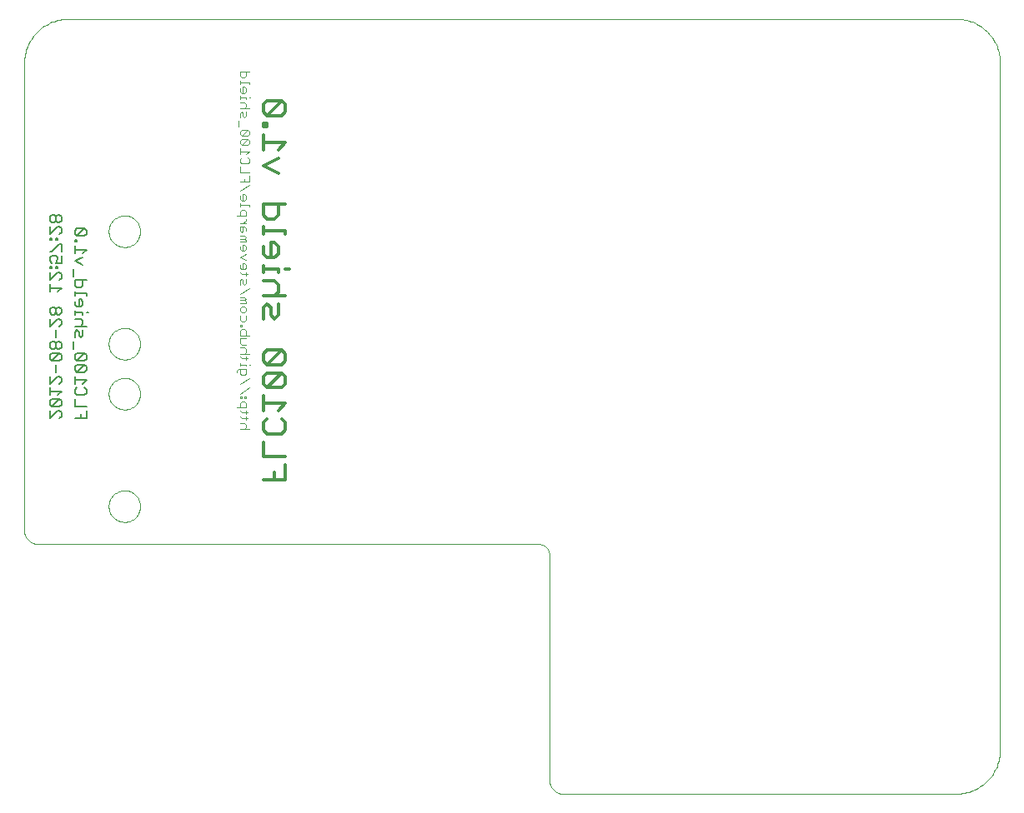
<source format=gbo>
G75*
G70*
%OFA0B0*%
%FSLAX24Y24*%
%IPPOS*%
%LPD*%
%AMOC8*
5,1,8,0,0,1.08239X$1,22.5*
%
%ADD10C,0.0000*%
%ADD11C,0.0050*%
%ADD12C,0.0120*%
%ADD13C,0.0040*%
D10*
X001200Y010700D02*
X021200Y010700D01*
X021244Y010698D01*
X021287Y010692D01*
X021329Y010683D01*
X021371Y010670D01*
X021411Y010653D01*
X021450Y010633D01*
X021487Y010610D01*
X021521Y010583D01*
X021554Y010554D01*
X021583Y010521D01*
X021610Y010487D01*
X021633Y010450D01*
X021653Y010411D01*
X021670Y010371D01*
X021683Y010329D01*
X021692Y010287D01*
X021698Y010244D01*
X021700Y010200D01*
X021700Y001200D01*
X021702Y001156D01*
X021708Y001113D01*
X021717Y001071D01*
X021730Y001029D01*
X021747Y000989D01*
X021767Y000950D01*
X021790Y000913D01*
X021817Y000879D01*
X021846Y000846D01*
X021879Y000817D01*
X021913Y000790D01*
X021950Y000767D01*
X021989Y000747D01*
X022029Y000730D01*
X022071Y000717D01*
X022113Y000708D01*
X022156Y000702D01*
X022200Y000700D01*
X037950Y000700D01*
X038033Y000702D01*
X038116Y000708D01*
X038199Y000718D01*
X038281Y000732D01*
X038363Y000749D01*
X038443Y000771D01*
X038522Y000796D01*
X038600Y000825D01*
X038677Y000858D01*
X038752Y000895D01*
X038825Y000934D01*
X038896Y000978D01*
X038965Y001024D01*
X039032Y001074D01*
X039096Y001127D01*
X039158Y001183D01*
X039217Y001242D01*
X039273Y001304D01*
X039326Y001368D01*
X039376Y001435D01*
X039422Y001504D01*
X039466Y001575D01*
X039505Y001648D01*
X039542Y001723D01*
X039575Y001800D01*
X039604Y001878D01*
X039629Y001957D01*
X039651Y002037D01*
X039668Y002119D01*
X039682Y002201D01*
X039692Y002284D01*
X039698Y002367D01*
X039700Y002450D01*
X039700Y029950D01*
X039698Y030033D01*
X039692Y030116D01*
X039682Y030199D01*
X039668Y030281D01*
X039651Y030363D01*
X039629Y030443D01*
X039604Y030522D01*
X039575Y030600D01*
X039542Y030677D01*
X039505Y030752D01*
X039466Y030825D01*
X039422Y030896D01*
X039376Y030965D01*
X039326Y031032D01*
X039273Y031096D01*
X039217Y031158D01*
X039158Y031217D01*
X039096Y031273D01*
X039032Y031326D01*
X038965Y031376D01*
X038896Y031422D01*
X038825Y031466D01*
X038752Y031505D01*
X038677Y031542D01*
X038600Y031575D01*
X038522Y031604D01*
X038443Y031629D01*
X038363Y031651D01*
X038281Y031668D01*
X038199Y031682D01*
X038116Y031692D01*
X038033Y031698D01*
X037950Y031700D01*
X002450Y031700D01*
X002367Y031698D01*
X002284Y031692D01*
X002201Y031682D01*
X002119Y031668D01*
X002037Y031651D01*
X001957Y031629D01*
X001878Y031604D01*
X001800Y031575D01*
X001723Y031542D01*
X001648Y031505D01*
X001575Y031466D01*
X001504Y031422D01*
X001435Y031376D01*
X001368Y031326D01*
X001304Y031273D01*
X001242Y031217D01*
X001183Y031158D01*
X001127Y031096D01*
X001074Y031032D01*
X001024Y030965D01*
X000978Y030896D01*
X000934Y030825D01*
X000895Y030752D01*
X000858Y030677D01*
X000825Y030600D01*
X000796Y030522D01*
X000771Y030443D01*
X000749Y030363D01*
X000732Y030281D01*
X000718Y030199D01*
X000708Y030116D01*
X000702Y030033D01*
X000700Y029950D01*
X000700Y011200D01*
X000702Y011156D01*
X000708Y011113D01*
X000717Y011071D01*
X000730Y011029D01*
X000747Y010989D01*
X000767Y010950D01*
X000790Y010913D01*
X000817Y010879D01*
X000846Y010846D01*
X000879Y010817D01*
X000913Y010790D01*
X000950Y010767D01*
X000989Y010747D01*
X001029Y010730D01*
X001071Y010717D01*
X001113Y010708D01*
X001156Y010702D01*
X001200Y010700D01*
X004070Y012200D02*
X004072Y012250D01*
X004078Y012300D01*
X004088Y012349D01*
X004102Y012397D01*
X004119Y012444D01*
X004140Y012489D01*
X004165Y012533D01*
X004193Y012574D01*
X004225Y012613D01*
X004259Y012650D01*
X004296Y012684D01*
X004336Y012714D01*
X004378Y012741D01*
X004422Y012765D01*
X004468Y012786D01*
X004515Y012802D01*
X004563Y012815D01*
X004613Y012824D01*
X004662Y012829D01*
X004713Y012830D01*
X004763Y012827D01*
X004812Y012820D01*
X004861Y012809D01*
X004909Y012794D01*
X004955Y012776D01*
X005000Y012754D01*
X005043Y012728D01*
X005084Y012699D01*
X005123Y012667D01*
X005159Y012632D01*
X005191Y012594D01*
X005221Y012554D01*
X005248Y012511D01*
X005271Y012467D01*
X005290Y012421D01*
X005306Y012373D01*
X005318Y012324D01*
X005326Y012275D01*
X005330Y012225D01*
X005330Y012175D01*
X005326Y012125D01*
X005318Y012076D01*
X005306Y012027D01*
X005290Y011979D01*
X005271Y011933D01*
X005248Y011889D01*
X005221Y011846D01*
X005191Y011806D01*
X005159Y011768D01*
X005123Y011733D01*
X005084Y011701D01*
X005043Y011672D01*
X005000Y011646D01*
X004955Y011624D01*
X004909Y011606D01*
X004861Y011591D01*
X004812Y011580D01*
X004763Y011573D01*
X004713Y011570D01*
X004662Y011571D01*
X004613Y011576D01*
X004563Y011585D01*
X004515Y011598D01*
X004468Y011614D01*
X004422Y011635D01*
X004378Y011659D01*
X004336Y011686D01*
X004296Y011716D01*
X004259Y011750D01*
X004225Y011787D01*
X004193Y011826D01*
X004165Y011867D01*
X004140Y011911D01*
X004119Y011956D01*
X004102Y012003D01*
X004088Y012051D01*
X004078Y012100D01*
X004072Y012150D01*
X004070Y012200D01*
X004070Y016700D02*
X004072Y016750D01*
X004078Y016800D01*
X004088Y016849D01*
X004102Y016897D01*
X004119Y016944D01*
X004140Y016989D01*
X004165Y017033D01*
X004193Y017074D01*
X004225Y017113D01*
X004259Y017150D01*
X004296Y017184D01*
X004336Y017214D01*
X004378Y017241D01*
X004422Y017265D01*
X004468Y017286D01*
X004515Y017302D01*
X004563Y017315D01*
X004613Y017324D01*
X004662Y017329D01*
X004713Y017330D01*
X004763Y017327D01*
X004812Y017320D01*
X004861Y017309D01*
X004909Y017294D01*
X004955Y017276D01*
X005000Y017254D01*
X005043Y017228D01*
X005084Y017199D01*
X005123Y017167D01*
X005159Y017132D01*
X005191Y017094D01*
X005221Y017054D01*
X005248Y017011D01*
X005271Y016967D01*
X005290Y016921D01*
X005306Y016873D01*
X005318Y016824D01*
X005326Y016775D01*
X005330Y016725D01*
X005330Y016675D01*
X005326Y016625D01*
X005318Y016576D01*
X005306Y016527D01*
X005290Y016479D01*
X005271Y016433D01*
X005248Y016389D01*
X005221Y016346D01*
X005191Y016306D01*
X005159Y016268D01*
X005123Y016233D01*
X005084Y016201D01*
X005043Y016172D01*
X005000Y016146D01*
X004955Y016124D01*
X004909Y016106D01*
X004861Y016091D01*
X004812Y016080D01*
X004763Y016073D01*
X004713Y016070D01*
X004662Y016071D01*
X004613Y016076D01*
X004563Y016085D01*
X004515Y016098D01*
X004468Y016114D01*
X004422Y016135D01*
X004378Y016159D01*
X004336Y016186D01*
X004296Y016216D01*
X004259Y016250D01*
X004225Y016287D01*
X004193Y016326D01*
X004165Y016367D01*
X004140Y016411D01*
X004119Y016456D01*
X004102Y016503D01*
X004088Y016551D01*
X004078Y016600D01*
X004072Y016650D01*
X004070Y016700D01*
X004070Y018700D02*
X004072Y018750D01*
X004078Y018800D01*
X004088Y018849D01*
X004102Y018897D01*
X004119Y018944D01*
X004140Y018989D01*
X004165Y019033D01*
X004193Y019074D01*
X004225Y019113D01*
X004259Y019150D01*
X004296Y019184D01*
X004336Y019214D01*
X004378Y019241D01*
X004422Y019265D01*
X004468Y019286D01*
X004515Y019302D01*
X004563Y019315D01*
X004613Y019324D01*
X004662Y019329D01*
X004713Y019330D01*
X004763Y019327D01*
X004812Y019320D01*
X004861Y019309D01*
X004909Y019294D01*
X004955Y019276D01*
X005000Y019254D01*
X005043Y019228D01*
X005084Y019199D01*
X005123Y019167D01*
X005159Y019132D01*
X005191Y019094D01*
X005221Y019054D01*
X005248Y019011D01*
X005271Y018967D01*
X005290Y018921D01*
X005306Y018873D01*
X005318Y018824D01*
X005326Y018775D01*
X005330Y018725D01*
X005330Y018675D01*
X005326Y018625D01*
X005318Y018576D01*
X005306Y018527D01*
X005290Y018479D01*
X005271Y018433D01*
X005248Y018389D01*
X005221Y018346D01*
X005191Y018306D01*
X005159Y018268D01*
X005123Y018233D01*
X005084Y018201D01*
X005043Y018172D01*
X005000Y018146D01*
X004955Y018124D01*
X004909Y018106D01*
X004861Y018091D01*
X004812Y018080D01*
X004763Y018073D01*
X004713Y018070D01*
X004662Y018071D01*
X004613Y018076D01*
X004563Y018085D01*
X004515Y018098D01*
X004468Y018114D01*
X004422Y018135D01*
X004378Y018159D01*
X004336Y018186D01*
X004296Y018216D01*
X004259Y018250D01*
X004225Y018287D01*
X004193Y018326D01*
X004165Y018367D01*
X004140Y018411D01*
X004119Y018456D01*
X004102Y018503D01*
X004088Y018551D01*
X004078Y018600D01*
X004072Y018650D01*
X004070Y018700D01*
X004070Y023200D02*
X004072Y023250D01*
X004078Y023300D01*
X004088Y023349D01*
X004102Y023397D01*
X004119Y023444D01*
X004140Y023489D01*
X004165Y023533D01*
X004193Y023574D01*
X004225Y023613D01*
X004259Y023650D01*
X004296Y023684D01*
X004336Y023714D01*
X004378Y023741D01*
X004422Y023765D01*
X004468Y023786D01*
X004515Y023802D01*
X004563Y023815D01*
X004613Y023824D01*
X004662Y023829D01*
X004713Y023830D01*
X004763Y023827D01*
X004812Y023820D01*
X004861Y023809D01*
X004909Y023794D01*
X004955Y023776D01*
X005000Y023754D01*
X005043Y023728D01*
X005084Y023699D01*
X005123Y023667D01*
X005159Y023632D01*
X005191Y023594D01*
X005221Y023554D01*
X005248Y023511D01*
X005271Y023467D01*
X005290Y023421D01*
X005306Y023373D01*
X005318Y023324D01*
X005326Y023275D01*
X005330Y023225D01*
X005330Y023175D01*
X005326Y023125D01*
X005318Y023076D01*
X005306Y023027D01*
X005290Y022979D01*
X005271Y022933D01*
X005248Y022889D01*
X005221Y022846D01*
X005191Y022806D01*
X005159Y022768D01*
X005123Y022733D01*
X005084Y022701D01*
X005043Y022672D01*
X005000Y022646D01*
X004955Y022624D01*
X004909Y022606D01*
X004861Y022591D01*
X004812Y022580D01*
X004763Y022573D01*
X004713Y022570D01*
X004662Y022571D01*
X004613Y022576D01*
X004563Y022585D01*
X004515Y022598D01*
X004468Y022614D01*
X004422Y022635D01*
X004378Y022659D01*
X004336Y022686D01*
X004296Y022716D01*
X004259Y022750D01*
X004225Y022787D01*
X004193Y022826D01*
X004165Y022867D01*
X004140Y022911D01*
X004119Y022956D01*
X004102Y023003D01*
X004088Y023051D01*
X004078Y023100D01*
X004072Y023150D01*
X004070Y023200D01*
D11*
X003175Y023240D02*
X003100Y023315D01*
X002800Y023015D01*
X002725Y023090D01*
X002725Y023240D01*
X002800Y023315D01*
X003100Y023315D01*
X003175Y023240D02*
X003175Y023090D01*
X003100Y023015D01*
X002800Y023015D01*
X002800Y022859D02*
X002725Y022859D01*
X002725Y022784D01*
X002800Y022784D01*
X002800Y022859D01*
X002725Y022624D02*
X002725Y022324D01*
X002725Y022474D02*
X003175Y022474D01*
X003025Y022324D01*
X003025Y022164D02*
X002725Y022014D01*
X003025Y021864D01*
X002650Y021703D02*
X002650Y021403D01*
X002725Y021243D02*
X002725Y021018D01*
X002800Y020943D01*
X002950Y020943D01*
X003025Y021018D01*
X003025Y021243D01*
X003175Y021243D02*
X002725Y021243D01*
X002725Y020786D02*
X002725Y020636D01*
X002725Y020711D02*
X003175Y020711D01*
X003175Y020636D01*
X002950Y020476D02*
X002875Y020476D01*
X002875Y020175D01*
X002800Y020175D02*
X002950Y020175D01*
X003025Y020251D01*
X003025Y020401D01*
X002950Y020476D01*
X002725Y020401D02*
X002725Y020251D01*
X002800Y020175D01*
X002725Y020019D02*
X002725Y019869D01*
X002725Y019944D02*
X003025Y019944D01*
X003025Y019869D01*
X003175Y019944D02*
X003250Y019944D01*
X002950Y019708D02*
X002725Y019708D01*
X002950Y019708D02*
X003025Y019633D01*
X003025Y019483D01*
X002950Y019408D01*
X003025Y019248D02*
X003025Y019023D01*
X002950Y018948D01*
X002875Y019023D01*
X002875Y019173D01*
X002800Y019248D01*
X002725Y019173D01*
X002725Y018948D01*
X002650Y018788D02*
X002650Y018487D01*
X002800Y018327D02*
X002725Y018252D01*
X002725Y018102D01*
X002800Y018027D01*
X003100Y018327D01*
X002800Y018327D01*
X002800Y018027D02*
X003100Y018027D01*
X003175Y018102D01*
X003175Y018252D01*
X003100Y018327D01*
X003100Y017867D02*
X002800Y017867D01*
X002725Y017792D01*
X002725Y017642D01*
X002800Y017567D01*
X003100Y017867D01*
X003175Y017792D01*
X003175Y017642D01*
X003100Y017567D01*
X002800Y017567D01*
X002725Y017406D02*
X002725Y017106D01*
X002725Y017256D02*
X003175Y017256D01*
X003025Y017106D01*
X003100Y016946D02*
X003175Y016871D01*
X003175Y016721D01*
X003100Y016646D01*
X002800Y016646D01*
X002725Y016721D01*
X002725Y016871D01*
X002800Y016946D01*
X002175Y016796D02*
X001725Y016796D01*
X001725Y016646D02*
X001725Y016946D01*
X001725Y017106D02*
X002025Y017406D01*
X002100Y017406D01*
X002175Y017331D01*
X002175Y017181D01*
X002100Y017106D01*
X002175Y016796D02*
X002025Y016646D01*
X002100Y016486D02*
X001800Y016486D01*
X001725Y016411D01*
X001725Y016260D01*
X001800Y016185D01*
X002100Y016486D01*
X002175Y016411D01*
X002175Y016260D01*
X002100Y016185D01*
X001800Y016185D01*
X001725Y016025D02*
X001725Y015725D01*
X002025Y016025D01*
X002100Y016025D01*
X002175Y015950D01*
X002175Y015800D01*
X002100Y015725D01*
X002725Y015725D02*
X003175Y015725D01*
X003175Y016025D01*
X003175Y016185D02*
X002725Y016185D01*
X002725Y016486D01*
X002950Y015875D02*
X002950Y015725D01*
X001725Y017106D02*
X001725Y017406D01*
X001950Y017567D02*
X001950Y017867D01*
X001800Y018027D02*
X002100Y018327D01*
X001800Y018327D01*
X001725Y018252D01*
X001725Y018102D01*
X001800Y018027D01*
X002100Y018027D01*
X002175Y018102D01*
X002175Y018252D01*
X002100Y018327D01*
X002100Y018487D02*
X002025Y018487D01*
X001950Y018562D01*
X001950Y018713D01*
X001875Y018788D01*
X001800Y018788D01*
X001725Y018713D01*
X001725Y018562D01*
X001800Y018487D01*
X001875Y018487D01*
X001950Y018562D01*
X001950Y018713D02*
X002025Y018788D01*
X002100Y018788D01*
X002175Y018713D01*
X002175Y018562D01*
X002100Y018487D01*
X001950Y018948D02*
X001950Y019248D01*
X002100Y019408D02*
X002175Y019483D01*
X002175Y019633D01*
X002100Y019708D01*
X002025Y019708D01*
X001725Y019408D01*
X001725Y019708D01*
X001800Y019869D02*
X001875Y019869D01*
X001950Y019944D01*
X001950Y020094D01*
X001875Y020169D01*
X001800Y020169D01*
X001725Y020094D01*
X001725Y019944D01*
X001800Y019869D01*
X001950Y019944D02*
X002025Y019869D01*
X002100Y019869D01*
X002175Y019944D01*
X002175Y020094D01*
X002100Y020169D01*
X002025Y020169D01*
X001950Y020094D01*
X002025Y020789D02*
X002175Y020939D01*
X001725Y020939D01*
X001725Y020789D02*
X001725Y021090D01*
X001725Y021250D02*
X002025Y021550D01*
X002100Y021550D01*
X002175Y021475D01*
X002175Y021325D01*
X002100Y021250D01*
X001725Y021250D02*
X001725Y021550D01*
X001725Y021710D02*
X001800Y021710D01*
X001800Y021785D01*
X001725Y021785D01*
X001725Y021710D01*
X001950Y021710D02*
X002025Y021710D01*
X002025Y021785D01*
X001950Y021785D01*
X001950Y021710D01*
X001950Y021940D02*
X002025Y022090D01*
X002025Y022165D01*
X001950Y022241D01*
X001800Y022241D01*
X001725Y022165D01*
X001725Y022015D01*
X001800Y021940D01*
X001950Y021940D02*
X002175Y021940D01*
X002175Y022241D01*
X002175Y022401D02*
X002175Y022701D01*
X002100Y022701D01*
X001800Y022401D01*
X001725Y022401D01*
X001725Y022861D02*
X001800Y022861D01*
X001800Y022936D01*
X001725Y022936D01*
X001725Y022861D01*
X001950Y022861D02*
X002025Y022861D01*
X002025Y022936D01*
X001950Y022936D01*
X001950Y022861D01*
X002100Y023091D02*
X002175Y023166D01*
X002175Y023316D01*
X002100Y023392D01*
X002025Y023392D01*
X001725Y023091D01*
X001725Y023392D01*
X001800Y023552D02*
X001875Y023552D01*
X001950Y023627D01*
X001950Y023777D01*
X001875Y023852D01*
X001800Y023852D01*
X001725Y023777D01*
X001725Y023627D01*
X001800Y023552D01*
X001950Y023627D02*
X002025Y023552D01*
X002100Y023552D01*
X002175Y023627D01*
X002175Y023777D01*
X002100Y023852D01*
X002025Y023852D01*
X001950Y023777D01*
X002725Y019408D02*
X003175Y019408D01*
D12*
X010260Y019706D02*
X010260Y020146D01*
X010407Y020293D01*
X010554Y020146D01*
X010554Y019852D01*
X010700Y019706D01*
X010847Y019852D01*
X010847Y020293D01*
X010700Y020626D02*
X010847Y020773D01*
X010847Y021067D01*
X010700Y021214D01*
X010260Y021214D01*
X010260Y021547D02*
X010260Y021841D01*
X010260Y021694D02*
X010847Y021694D01*
X010847Y021547D01*
X011141Y021694D02*
X011288Y021694D01*
X010700Y022161D02*
X010847Y022308D01*
X010847Y022601D01*
X010700Y022748D01*
X010554Y022748D01*
X010554Y022161D01*
X010700Y022161D02*
X010407Y022161D01*
X010260Y022308D01*
X010260Y022601D01*
X010260Y023082D02*
X010260Y023375D01*
X010260Y023229D02*
X011141Y023229D01*
X011141Y023082D01*
X010700Y023696D02*
X010407Y023696D01*
X010260Y023842D01*
X010260Y024283D01*
X011141Y024283D01*
X010847Y024283D02*
X010847Y023842D01*
X010700Y023696D01*
X010847Y025537D02*
X010260Y025831D01*
X010847Y026124D01*
X010847Y026458D02*
X011141Y026752D01*
X010260Y026752D01*
X010260Y027045D02*
X010260Y026458D01*
X010260Y027379D02*
X010260Y027526D01*
X010407Y027526D01*
X010407Y027379D01*
X010260Y027379D01*
X010407Y027839D02*
X010994Y028426D01*
X010407Y028426D01*
X010260Y028280D01*
X010260Y027986D01*
X010407Y027839D01*
X010994Y027839D01*
X011141Y027986D01*
X011141Y028280D01*
X010994Y028426D01*
X011141Y020626D02*
X010260Y020626D01*
X010407Y018451D02*
X010260Y018304D01*
X010260Y018011D01*
X010407Y017864D01*
X010994Y018451D01*
X010407Y018451D01*
X010407Y017864D02*
X010994Y017864D01*
X011141Y018011D01*
X011141Y018304D01*
X010994Y018451D01*
X010994Y017530D02*
X010407Y017530D01*
X010260Y017384D01*
X010260Y017090D01*
X010407Y016943D01*
X010994Y017530D01*
X011141Y017384D01*
X011141Y017090D01*
X010994Y016943D01*
X010407Y016943D01*
X010260Y016610D02*
X010260Y016022D01*
X010260Y016316D02*
X011141Y016316D01*
X010847Y016022D01*
X010994Y015689D02*
X011141Y015542D01*
X011141Y015248D01*
X010994Y015102D01*
X010407Y015102D01*
X010260Y015248D01*
X010260Y015542D01*
X010407Y015689D01*
X010260Y014768D02*
X010260Y014181D01*
X011141Y014181D01*
X011141Y013847D02*
X011141Y013260D01*
X010260Y013260D01*
X010700Y013260D02*
X010700Y013554D01*
D13*
X009680Y015294D02*
X009320Y015294D01*
X009500Y015294D02*
X009560Y015354D01*
X009560Y015474D01*
X009500Y015535D01*
X009320Y015535D01*
X009380Y015723D02*
X009320Y015783D01*
X009380Y015723D02*
X009620Y015723D01*
X009560Y015663D02*
X009560Y015783D01*
X009560Y015908D02*
X009560Y016028D01*
X009620Y015968D02*
X009380Y015968D01*
X009320Y016028D01*
X009320Y016154D02*
X009320Y016334D01*
X009380Y016394D01*
X009500Y016394D01*
X009560Y016334D01*
X009560Y016154D01*
X009200Y016154D01*
X009320Y016522D02*
X009380Y016522D01*
X009380Y016582D01*
X009320Y016582D01*
X009320Y016522D01*
X009500Y016522D02*
X009560Y016522D01*
X009560Y016582D01*
X009500Y016582D01*
X009500Y016522D01*
X009320Y016706D02*
X009680Y016946D01*
X009680Y017315D02*
X009320Y017075D01*
X009380Y017443D02*
X009320Y017503D01*
X009320Y017683D01*
X009260Y017683D02*
X009560Y017683D01*
X009560Y017503D01*
X009500Y017443D01*
X009380Y017443D01*
X009200Y017563D02*
X009200Y017623D01*
X009260Y017683D01*
X009320Y017811D02*
X009320Y017931D01*
X009320Y017871D02*
X009560Y017871D01*
X009560Y017811D01*
X009680Y017871D02*
X009740Y017871D01*
X009560Y018057D02*
X009560Y018177D01*
X009620Y018117D02*
X009380Y018117D01*
X009320Y018177D01*
X009320Y018302D02*
X009680Y018302D01*
X009560Y018362D02*
X009560Y018482D01*
X009500Y018542D01*
X009320Y018542D01*
X009380Y018671D02*
X009320Y018731D01*
X009320Y018911D01*
X009560Y018911D01*
X009560Y019039D02*
X009560Y019219D01*
X009500Y019279D01*
X009380Y019279D01*
X009320Y019219D01*
X009320Y019039D01*
X009680Y019039D01*
X009560Y018671D02*
X009380Y018671D01*
X009560Y018362D02*
X009500Y018302D01*
X009380Y019407D02*
X009380Y019467D01*
X009320Y019467D01*
X009320Y019407D01*
X009380Y019407D01*
X009380Y019591D02*
X009320Y019651D01*
X009320Y019832D01*
X009380Y019960D02*
X009320Y020020D01*
X009320Y020140D01*
X009380Y020200D01*
X009500Y020200D01*
X009560Y020140D01*
X009560Y020020D01*
X009500Y019960D01*
X009380Y019960D01*
X009560Y019832D02*
X009560Y019651D01*
X009500Y019591D01*
X009380Y019591D01*
X009320Y020328D02*
X009560Y020328D01*
X009560Y020388D01*
X009500Y020448D01*
X009560Y020508D01*
X009500Y020568D01*
X009320Y020568D01*
X009320Y020448D02*
X009500Y020448D01*
X009320Y020696D02*
X009680Y020936D01*
X009500Y021065D02*
X009560Y021125D01*
X009560Y021305D01*
X009560Y021433D02*
X009560Y021553D01*
X009620Y021493D02*
X009380Y021493D01*
X009320Y021553D01*
X009380Y021678D02*
X009500Y021678D01*
X009560Y021739D01*
X009560Y021859D01*
X009500Y021919D01*
X009440Y021919D01*
X009440Y021678D01*
X009380Y021678D02*
X009320Y021739D01*
X009320Y021859D01*
X009560Y022047D02*
X009320Y022167D01*
X009560Y022287D01*
X009500Y022415D02*
X009560Y022475D01*
X009560Y022595D01*
X009500Y022655D01*
X009440Y022655D01*
X009440Y022415D01*
X009380Y022415D02*
X009500Y022415D01*
X009380Y022415D02*
X009320Y022475D01*
X009320Y022595D01*
X009320Y022783D02*
X009560Y022783D01*
X009560Y022843D01*
X009500Y022903D01*
X009560Y022964D01*
X009500Y023024D01*
X009320Y023024D01*
X009320Y022903D02*
X009500Y022903D01*
X009380Y023152D02*
X009440Y023212D01*
X009440Y023392D01*
X009500Y023392D02*
X009320Y023392D01*
X009320Y023212D01*
X009380Y023152D01*
X009560Y023212D02*
X009560Y023332D01*
X009500Y023392D01*
X009440Y023520D02*
X009560Y023640D01*
X009560Y023700D01*
X009560Y023827D02*
X009560Y024007D01*
X009500Y024067D01*
X009380Y024067D01*
X009320Y024007D01*
X009320Y023827D01*
X009200Y023827D02*
X009560Y023827D01*
X009560Y023520D02*
X009320Y023520D01*
X009320Y024195D02*
X009320Y024315D01*
X009320Y024255D02*
X009680Y024255D01*
X009680Y024195D01*
X009500Y024441D02*
X009560Y024501D01*
X009560Y024621D01*
X009500Y024681D01*
X009440Y024681D01*
X009440Y024441D01*
X009380Y024441D02*
X009500Y024441D01*
X009380Y024441D02*
X009320Y024501D01*
X009320Y024621D01*
X009320Y024809D02*
X009680Y025049D01*
X009680Y025177D02*
X009680Y025418D01*
X009680Y025546D02*
X009320Y025546D01*
X009320Y025786D01*
X009380Y025914D02*
X009320Y025974D01*
X009320Y026094D01*
X009380Y026154D01*
X009320Y026282D02*
X009320Y026523D01*
X009320Y026402D02*
X009680Y026402D01*
X009560Y026282D01*
X009620Y026154D02*
X009680Y026094D01*
X009680Y025974D01*
X009620Y025914D01*
X009380Y025914D01*
X009500Y025298D02*
X009500Y025177D01*
X009320Y025177D02*
X009680Y025177D01*
X009620Y026651D02*
X009380Y026651D01*
X009620Y026891D01*
X009380Y026891D01*
X009320Y026831D01*
X009320Y026711D01*
X009380Y026651D01*
X009620Y026651D02*
X009680Y026711D01*
X009680Y026831D01*
X009620Y026891D01*
X009620Y027019D02*
X009380Y027019D01*
X009620Y027259D01*
X009380Y027259D01*
X009320Y027199D01*
X009320Y027079D01*
X009380Y027019D01*
X009620Y027019D02*
X009680Y027079D01*
X009680Y027199D01*
X009620Y027259D01*
X009260Y027387D02*
X009260Y027628D01*
X009320Y027756D02*
X009320Y027936D01*
X009380Y027996D01*
X009440Y027936D01*
X009440Y027816D01*
X009500Y027756D01*
X009560Y027816D01*
X009560Y027996D01*
X009500Y028124D02*
X009560Y028184D01*
X009560Y028304D01*
X009500Y028364D01*
X009320Y028364D01*
X009320Y028492D02*
X009320Y028612D01*
X009320Y028552D02*
X009560Y028552D01*
X009560Y028492D01*
X009680Y028552D02*
X009740Y028552D01*
X009500Y028738D02*
X009560Y028798D01*
X009560Y028918D01*
X009500Y028978D01*
X009440Y028978D01*
X009440Y028738D01*
X009380Y028738D02*
X009500Y028738D01*
X009380Y028738D02*
X009320Y028798D01*
X009320Y028918D01*
X009320Y029106D02*
X009320Y029226D01*
X009320Y029166D02*
X009680Y029166D01*
X009680Y029106D01*
X009500Y029352D02*
X009560Y029412D01*
X009560Y029592D01*
X009680Y029592D02*
X009320Y029592D01*
X009320Y029412D01*
X009380Y029352D01*
X009500Y029352D01*
X009680Y028124D02*
X009320Y028124D01*
X009380Y021305D02*
X009440Y021245D01*
X009440Y021125D01*
X009500Y021065D01*
X009320Y021065D02*
X009320Y021245D01*
X009380Y021305D01*
M02*

</source>
